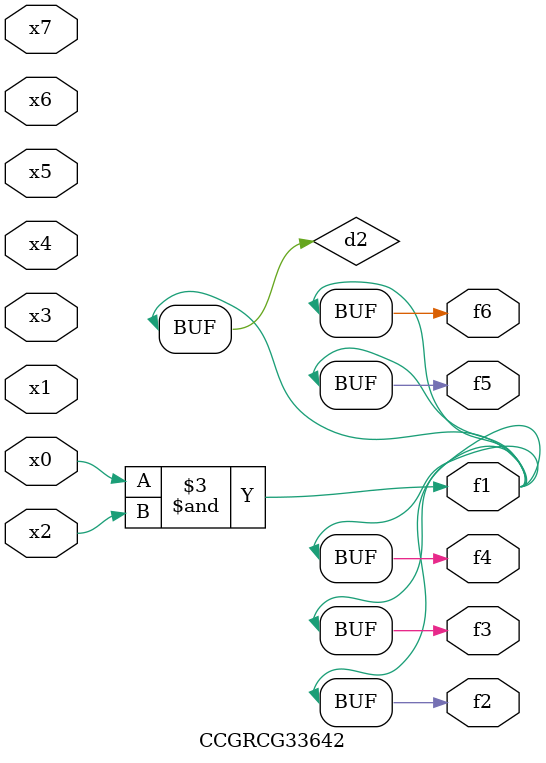
<source format=v>
module CCGRCG33642(
	input x0, x1, x2, x3, x4, x5, x6, x7,
	output f1, f2, f3, f4, f5, f6
);

	wire d1, d2;

	nor (d1, x3, x6);
	and (d2, x0, x2);
	assign f1 = d2;
	assign f2 = d2;
	assign f3 = d2;
	assign f4 = d2;
	assign f5 = d2;
	assign f6 = d2;
endmodule

</source>
